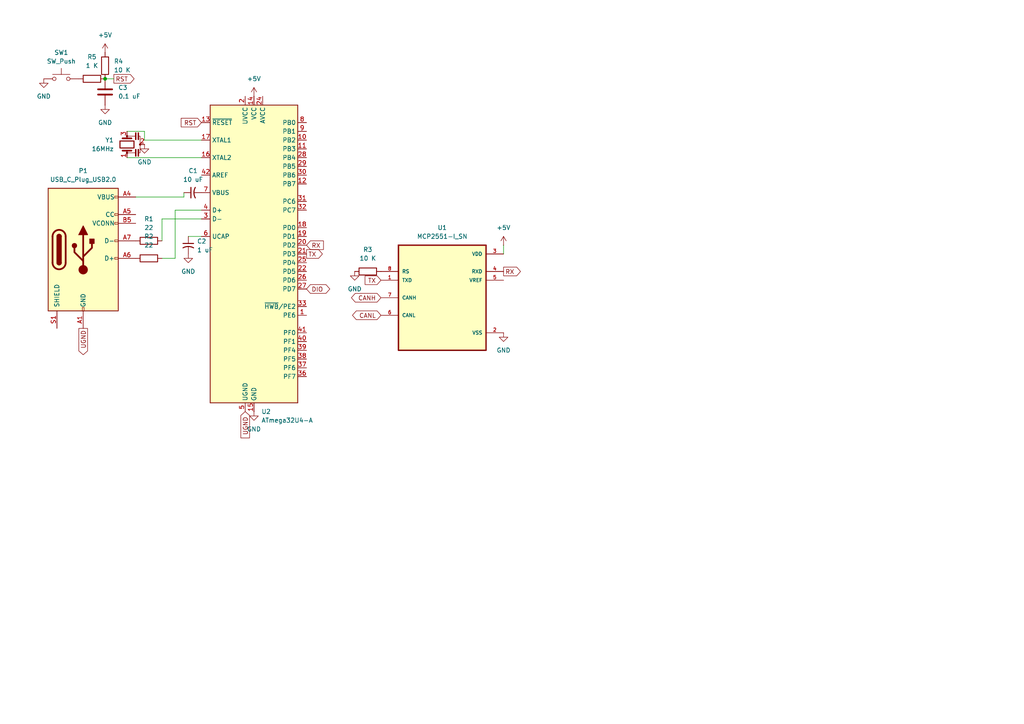
<source format=kicad_sch>
(kicad_sch (version 20250114) (generator "eeschema") (generator_version "9.0")
  (paper "A4")
  (lib_symbols
    (symbol "Connector:USB_C_Plug_USB2.0" (pin_names (offset 1.016))
      (property "Reference" "P" (at -10.16 19.05 0))
      (property "Value" "USB_C_Plug_USB2.0" (at 12.7 19.05 0))
      (symbol "USB_C_Plug_USB2.0_0_0"
        (rectangle (start -0.254 -17.78) (end 0.254 -16.764))
        (rectangle (start 10.16 15.494) (end 9.144 14.986))
        (rectangle (start 10.16 10.414) (end 9.144 9.906))
        (rectangle (start 10.16 7.874) (end 9.144 7.366))
        (rectangle (start 10.16 2.794) (end 9.144 2.286))
        (rectangle (start 10.16 -2.286) (end 9.144 -2.794))
      )
      (symbol "USB_C_Plug_USB2.0_0_1"
        (rectangle (start -10.16 17.78) (end 10.16 -17.78) (stroke (width 0.254)) (fill (type background)))
        (polyline (pts (xy -8.89 -3.81) (xy -8.89 3.81)) (stroke (width 0.508)))
        (rectangle (start -7.62 -3.81) (end -6.35 3.81) (stroke (width 0.254)) (fill (type outline)))
        (arc (start -7.62 3.81) (mid -6.985 4.4423) (end -6.35 3.81) (stroke (width 0.254)))
        (arc (start -7.62 3.81) (mid -6.985 4.4423) (end -6.35 3.81) (stroke (width 0.254)) (fill (type outline)))
        (arc (start -8.89 3.81) (mid -6.985 5.7067) (end -5.08 3.81) (stroke (width 0.508)))
        (arc (start -5.08 -3.81) (mid -6.985 -5.7067) (end -8.89 -3.81) (stroke (width 0.508)))
        (arc (start -6.35 -3.81) (mid -6.985 -4.4423) (end -7.62 -3.81) (stroke (width 0.254)))
        (arc (start -6.35 -3.81) (mid -6.985 -4.4423) (end -7.62 -3.81) (stroke (width 0.254)) (fill (type outline)))
        (polyline (pts (xy -5.08 3.81) (xy -5.08 -3.81)) (stroke (width 0.508)))
        (circle (center -2.54 1.143) (radius 0.635) (stroke (width 0.254)) (fill (type outline)))
        (polyline (pts (xy -1.27 4.318) (xy 0 6.858) (xy 1.27 4.318) (xy -1.27 4.318)) (stroke (width 0.254)) (fill (type outline)))
        (polyline (pts (xy 0 -2.032) (xy 2.54 0.508) (xy 2.54 1.778)) (stroke (width 0.508)))
        (polyline (pts (xy 0 -3.302) (xy -2.54 -0.762) (xy -2.54 0.508)) (stroke (width 0.508)))
        (polyline (pts (xy 0 -5.842) (xy 0 4.318)) (stroke (width 0.508)))
        (circle (center 0 -5.842) (radius 1.27) (fill (type outline)))
        (rectangle (start 1.905 1.778) (end 3.175 3.048) (stroke (width 0.254)) (fill (type outline)))
      )
      (symbol "USB_C_Plug_USB2.0_1_1"
        (pin passive line (at -7.62 -22.86 90) (length 5.08) (name "SHIELD") (number "S1"))
        (pin passive line (at 0 -22.86 90) (length 5.08) (name "GND") (number "A1"))
        (pin passive line (at 0 -22.86 90) (length 5.08) (hide yes) (name "GND") (number "A12"))
        (pin passive line (at 0 -22.86 90) (length 5.08) (hide yes) (name "GND") (number "B1"))
        (pin passive line (at 0 -22.86 90) (length 5.08) (hide yes) (name "GND") (number "B12"))
        (pin passive line (at 15.24 15.24 180) (length 5.08) (name "VBUS") (number "A4"))
        (pin passive line (at 15.24 15.24 180) (length 5.08) (hide yes) (name "VBUS") (number "A9"))
        (pin passive line (at 15.24 15.24 180) (length 5.08) (hide yes) (name "VBUS") (number "B4"))
        (pin passive line (at 15.24 15.24 180) (length 5.08) (hide yes) (name "VBUS") (number "B9"))
        (pin bidirectional line (at 15.24 10.16 180) (length 5.08) (name "CC") (number "A5"))
        (pin bidirectional line (at 15.24 7.62 180) (length 5.08) (name "VCONN") (number "B5"))
        (pin bidirectional line (at 15.24 2.54 180) (length 5.08) (name "D-") (number "A7"))
        (pin bidirectional line (at 15.24 -2.54 180) (length 5.08) (name "D+") (number "A6"))
      )
    )
    (symbol "Device:C" (pin_numbers (hide yes)) (pin_names (offset 0.254))
      (property "Reference" "C" (at 0.635 2.54 0))
      (property "Value" "C" (at 0.635 -2.54 0))
      (symbol "C_0_1"
        (polyline (pts (xy -2.032 0.762) (xy 2.032 0.762)) (stroke (width 0.508)))
        (polyline (pts (xy -2.032 -0.762) (xy 2.032 -0.762)) (stroke (width 0.508)))
      )
      (symbol "C_1_1"
        (pin passive line (at 0 3.81 270) (length 2.794) (name "~") (number "1"))
        (pin passive line (at 0 -3.81 90) (length 2.794) (name "~") (number "2"))
      )
    )
    (symbol "Device:C_Small_US" (pin_numbers (hide yes)) (pin_names (offset 0.254) (hide yes))
      (property "Reference" "C" (at 0.254 1.778 0))
      (property "Value" "C_Small_US" (at 0.254 -2.032 0))
      (symbol "C_Small_US_0_1"
        (polyline (pts (xy -1.524 0.508) (xy 1.524 0.508)) (stroke (width 0.3048)))
        (arc (start -1.524 -0.762) (mid 0 -0.3734) (end 1.524 -0.762) (stroke (width 0.3048)))
      )
      (symbol "C_Small_US_1_1"
        (pin passive line (at 0 2.54 270) (length 2.032) (name "~") (number "1"))
        (pin passive line (at 0 -2.54 90) (length 2.032) (name "~") (number "2"))
      )
    )
    (symbol "Device:R" (pin_numbers (hide yes)) (pin_names (offset 0))
      (property "Reference" "R" (at 2.032 0 90))
      (property "Value" "R" (at 0 0 90))
      (symbol "R_0_1"
        (rectangle (start -1.016 -2.54) (end 1.016 2.54) (stroke (width 0.254)))
      )
      (symbol "R_1_1"
        (pin passive line (at 0 3.81 270) (length 1.27) (name "~") (number "1"))
        (pin passive line (at 0 -3.81 90) (length 1.27) (name "~") (number "2"))
      )
    )
    (symbol "Device:Resonator" (pin_names (offset 1.016) (hide yes))
      (property "Reference" "Y" (at 0 5.715 0))
      (property "Value" "Resonator" (at 0 3.81 0))
      (symbol "Resonator_0_1"
        (rectangle (start -3.429 -2.413) (end -1.397 -2.667) (fill (type outline)))
        (rectangle (start -3.429 -3.175) (end -1.397 -3.429) (fill (type outline)))
        (circle (center -2.413 0) (radius 0.254) (fill (type outline)))
        (polyline (pts (xy -2.413 -2.413) (xy -2.413 0)))
        (polyline (pts (xy -1.905 0) (xy -3.175 0)))
        (polyline (pts (xy -1.778 -1.27) (xy -1.778 1.27)) (stroke (width 0.508)))
        (rectangle (start -1.016 2.032) (end 1.016 -2.032) (stroke (width 0.3048)))
        (circle (center 0 -3.81) (radius 0.254) (fill (type outline)))
        (rectangle (start 1.397 -2.413) (end 3.429 -2.667) (fill (type outline)))
        (rectangle (start 1.397 -3.175) (end 3.429 -3.429) (fill (type outline)))
        (polyline (pts (xy 1.778 -1.27) (xy 1.778 1.27)) (stroke (width 0.508)))
        (polyline (pts (xy 1.905 0) (xy 2.54 0)))
        (polyline (pts (xy 2.413 0) (xy 2.413 -2.54)))
        (circle (center 2.413 0) (radius 0.254) (fill (type outline)))
        (polyline (pts (xy 2.413 -3.302) (xy 2.413 -3.81) (xy -2.413 -3.81) (xy -2.413 -3.302)))
      )
      (symbol "Resonator_1_1"
        (pin passive line (at -3.81 0 0) (length 1.27) (name "1") (number "1"))
        (pin passive line (at 0 -5.08 90) (length 1.27) (name "2") (number "2"))
        (pin passive line (at 3.81 0 180) (length 1.27) (name "3") (number "3"))
      )
    )
    (symbol "MCP2551-I_SN:MCP2551-I_SN" (pin_names (offset 1.016))
      (property "Reference" "U" (at -12.7 16.24 0))
      (property "Value" "MCP2551-I_SN" (at -12.7 -19.24 0))
      (symbol "MCP2551-I_SN_0_0"
        (rectangle (start -12.7 -15.24) (end 12.7 15.24) (stroke (width 0.41)) (fill (type background)))
        (pin input line (at -17.78 7.62 0) (length 5.08) (name "RS") (number "8"))
        (pin input line (at -17.78 5.08 0) (length 5.08) (name "TXD") (number "1"))
        (pin bidirectional line (at -17.78 0 0) (length 5.08) (name "CANH") (number "7"))
        (pin bidirectional line (at -17.78 -5.08 0) (length 5.08) (name "CANL") (number "6"))
        (pin power_in line (at 17.78 12.7 180) (length 5.08) (name "VDD") (number "3"))
        (pin output line (at 17.78 7.62 180) (length 5.08) (name "RXD") (number "4"))
        (pin output line (at 17.78 5.08 180) (length 5.08) (name "VREF") (number "5"))
        (pin power_in line (at 17.78 -10.16 180) (length 5.08) (name "VSS") (number "2"))
      )
    )
    (symbol "MCU_Microchip_ATmega:ATmega32U4-A"
      (property "Reference" "U" (at -12.7 44.45 0))
      (property "Value" "ATmega32U4-A" (at 2.54 -44.45 0))
      (symbol "ATmega32U4-A_0_1"
        (rectangle (start -12.7 -43.18) (end 12.7 43.18) (stroke (width 0.254)) (fill (type background)))
      )
      (symbol "ATmega32U4-A_1_1"
        (pin input line (at -15.24 38.1 0) (length 2.54) (name "~{RESET}") (number "13"))
        (pin input line (at -15.24 33.02 0) (length 2.54) (name "XTAL1") (number "17"))
        (pin output line (at -15.24 27.94 0) (length 2.54) (name "XTAL2") (number "16"))
        (pin passive line (at -15.24 22.86 0) (length 2.54) (name "AREF") (number "42"))
        (pin input line (at -15.24 17.78 0) (length 2.54) (name "VBUS") (number "7"))
        (pin bidirectional line (at -15.24 12.7 0) (length 2.54) (name "D+") (number "4"))
        (pin bidirectional line (at -15.24 10.16 0) (length 2.54) (name "D-") (number "3"))
        (pin passive line (at -15.24 5.08 0) (length 2.54) (name "UCAP") (number "6"))
        (pin power_in line (at -2.54 45.72 270) (length 2.54) (name "UVCC") (number "2"))
        (pin passive line (at -2.54 -45.72 90) (length 2.54) (name "UGND") (number "5"))
        (pin power_in line (at 0 45.72 270) (length 2.54) (name "VCC") (number "14"))
        (pin passive line (at 0 45.72 270) (length 2.54) (hide yes) (name "VCC") (number "34"))
        (pin power_in line (at 0 -45.72 90) (length 2.54) (name "GND") (number "15"))
        (pin passive line (at 0 -45.72 90) (length 2.54) (hide yes) (name "GND") (number "23"))
        (pin passive line (at 0 -45.72 90) (length 2.54) (hide yes) (name "GND") (number "35"))
        (pin passive line (at 0 -45.72 90) (length 2.54) (hide yes) (name "GND") (number "43"))
        (pin power_in line (at 2.54 45.72 270) (length 2.54) (name "AVCC") (number "24"))
        (pin passive line (at 2.54 45.72 270) (length 2.54) (hide yes) (name "AVCC") (number "44"))
        (pin bidirectional line (at 15.24 38.1 180) (length 2.54) (name "PB0") (number "8"))
        (pin bidirectional line (at 15.24 35.56 180) (length 2.54) (name "PB1") (number "9"))
        (pin bidirectional line (at 15.24 33.02 180) (length 2.54) (name "PB2") (number "10"))
        (pin bidirectional line (at 15.24 30.48 180) (length 2.54) (name "PB3") (number "11"))
        (pin bidirectional line (at 15.24 27.94 180) (length 2.54) (name "PB4") (number "28"))
        (pin bidirectional line (at 15.24 25.4 180) (length 2.54) (name "PB5") (number "29"))
        (pin bidirectional line (at 15.24 22.86 180) (length 2.54) (name "PB6") (number "30"))
        (pin bidirectional line (at 15.24 20.32 180) (length 2.54) (name "PB7") (number "12"))
        (pin bidirectional line (at 15.24 15.24 180) (length 2.54) (name "PC6") (number "31"))
        (pin bidirectional line (at 15.24 12.7 180) (length 2.54) (name "PC7") (number "32"))
        (pin bidirectional line (at 15.24 7.62 180) (length 2.54) (name "PD0") (number "18"))
        (pin bidirectional line (at 15.24 5.08 180) (length 2.54) (name "PD1") (number "19"))
        (pin bidirectional line (at 15.24 2.54 180) (length 2.54) (name "PD2") (number "20"))
        (pin bidirectional line (at 15.24 0 180) (length 2.54) (name "PD3") (number "21"))
        (pin bidirectional line (at 15.24 -2.54 180) (length 2.54) (name "PD4") (number "25"))
        (pin bidirectional line (at 15.24 -5.08 180) (length 2.54) (name "PD5") (number "22"))
        (pin bidirectional line (at 15.24 -7.62 180) (length 2.54) (name "PD6") (number "26"))
        (pin bidirectional line (at 15.24 -10.16 180) (length 2.54) (name "PD7") (number "27"))
        (pin bidirectional line (at 15.24 -15.24 180) (length 2.54) (name "~{HWB}/PE2") (number "33"))
        (pin bidirectional line (at 15.24 -17.78 180) (length 2.54) (name "PE6") (number "1"))
        (pin bidirectional line (at 15.24 -22.86 180) (length 2.54) (name "PF0") (number "41"))
        (pin bidirectional line (at 15.24 -25.4 180) (length 2.54) (name "PF1") (number "40"))
        (pin bidirectional line (at 15.24 -27.94 180) (length 2.54) (name "PF4") (number "39"))
        (pin bidirectional line (at 15.24 -30.48 180) (length 2.54) (name "PF5") (number "38"))
        (pin bidirectional line (at 15.24 -33.02 180) (length 2.54) (name "PF6") (number "37"))
        (pin bidirectional line (at 15.24 -35.56 180) (length 2.54) (name "PF7") (number "36"))
      )
    )
    (symbol "Switch:SW_Push" (pin_numbers (hide yes)) (pin_names (offset 1.016) (hide yes))
      (property "Reference" "SW" (at 1.27 2.54 0))
      (property "Value" "SW_Push" (at 0 -1.524 0))
      (symbol "SW_Push_0_1"
        (circle (center -2.032 0) (radius 0.508))
        (polyline (pts (xy 0 1.27) (xy 0 3.048)))
        (circle (center 2.032 0) (radius 0.508))
        (polyline (pts (xy 2.54 1.27) (xy -2.54 1.27)))
        (pin passive line (at -5.08 0 0) (length 2.54) (name "1") (number "1"))
        (pin passive line (at 5.08 0 180) (length 2.54) (name "2") (number "2"))
      )
    )
    (symbol "power:+5V" (power) (pin_numbers (hide yes)) (pin_names (offset 0) (hide yes))
      (property "Value" "+5V" (at 0 3.556 0))
      (symbol "+5V_0_1"
        (polyline (pts (xy -0.762 1.27) (xy 0 2.54)))
        (polyline (pts (xy 0 2.54) (xy 0.762 1.27)))
        (polyline (pts (xy 0 0) (xy 0 2.54)))
      )
      (symbol "+5V_1_1"
        (pin power_in line (at 0 0 90) (length 0) (name "~") (number "1"))
      )
    )
    (symbol "power:GND" (power) (pin_numbers (hide yes)) (pin_names (offset 0) (hide yes))
      (property "Value" "GND" (at 0 -3.81 0))
      (symbol "GND_0_1"
        (polyline (pts (xy 0 0) (xy 0 -1.27) (xy 1.27 -1.27) (xy 0 -2.54) (xy -1.27 -1.27) (xy 0 -1.27)))
      )
      (symbol "GND_1_1"
        (pin power_in line (at 0 0 270) (length 0) (name "~") (number "1"))
      )
    )
  )
  (junction (at 30.48 22.86))
  (wire (pts (xy 46.99 74.93) (xy 50.8 74.93)))
  (wire (pts (xy 146.05 71.12) (xy 146.05 73.66)))
  (wire (pts (xy 36.83 38.1) (xy 41.91 38.1)))
  (wire (pts (xy 53.34 57.15) (xy 53.34 55.88)))
  (wire (pts (xy 50.8 60.96) (xy 58.42 60.96)))
  (wire (pts (xy 54.61 68.58) (xy 58.42 68.58)))
  (wire (pts (xy 50.8 74.93) (xy 50.8 60.96)))
  (wire (pts (xy 41.91 40.64) (xy 58.42 40.64)))
  (wire (pts (xy 39.37 57.15) (xy 53.34 57.15)))
  (wire (pts (xy 36.83 45.72) (xy 58.42 45.72)))
  (wire (pts (xy 41.91 38.1) (xy 41.91 40.64)))
  (wire (pts (xy 46.99 63.5) (xy 58.42 63.5)))
  (wire (pts (xy 33.02 22.86) (xy 30.48 22.86)))
  (wire (pts (xy 46.99 69.85) (xy 46.99 63.5)))
  (global_label "TX" (shape input) (at 110.49 81.28 180) (property "Intersheetrefs" "${INTERSHEET_REFS}" (effects (hide yes))))
  (global_label "UGND" (shape input) (at 71.12 119.38 270) (property "Intersheetrefs" "${INTERSHEET_REFS}" (effects (hide yes))))
  (global_label "CANH" (shape bidirectional) (at 110.49 86.36 180) (property "Intersheetrefs" "${INTERSHEET_REFS}" (effects (hide yes))))
  (global_label "RST" (shape output) (at 33.02 22.86 0) (property "Intersheetrefs" "${INTERSHEET_REFS}" (effects (hide yes))))
  (global_label "TX" (shape output) (at 88.9 73.66 0) (property "Intersheetrefs" "${INTERSHEET_REFS}" (effects (hide yes))))
  (global_label "CANL" (shape bidirectional) (at 110.49 91.44 180) (property "Intersheetrefs" "${INTERSHEET_REFS}" (effects (hide yes))))
  (global_label "UGND" (shape output) (at 24.13 95.25 270) (property "Intersheetrefs" "${INTERSHEET_REFS}" (effects (hide yes))))
  (global_label "RX" (shape output) (at 146.05 78.74 0) (property "Intersheetrefs" "${INTERSHEET_REFS}" (effects (hide yes))))
  (global_label "RX" (shape input) (at 88.9 71.12 0) (property "Intersheetrefs" "${INTERSHEET_REFS}" (effects (hide yes))))
  (global_label "DIO" (shape bidirectional) (at 88.9 83.82 0) (property "Intersheetrefs" "${INTERSHEET_REFS}" (effects (hide yes))))
  (global_label "RST" (shape input) (at 58.42 35.56 180) (property "Intersheetrefs" "${INTERSHEET_REFS}" (effects (hide yes))))
  (symbol (lib_id "Device:R") (at 26.67 22.86 90) (unit 1)
    (property "Reference" "R5" (at 26.67 16.51 90))
    (property "Value" "1 K" (at 26.67 19.05 90))
    (property "Description" "Resistor" (effects (hide yes)))
  )
  (symbol (lib_id "power:GND") (at 146.05 96.52 0) (unit 1)
    (property "Reference" "#PWR02" (effects (hide yes)))
    (property "Value" "GND" (at 146.05 101.6 0))
    (property "Description" "Power symbol creates a global label with name \"GND\" , ground" (effects (hide yes)))
  )
  (symbol (lib_id "power:+5V") (at 146.05 71.12 0) (unit 1)
    (property "Reference" "#PWR01" (effects (hide yes)))
    (property "Value" "+5V" (at 146.05 66.04 0))
    (property "Description" "Power symbol creates a global label with name \"+5V\"" (effects (hide yes)))
  )
  (symbol (lib_id "power:GND") (at 30.48 30.48 0) (unit 1)
    (property "Reference" "#PWR09" (effects (hide yes)))
    (property "Value" "GND" (at 30.48 35.56 0))
    (property "Description" "Power symbol creates a global label with name \"GND\" , ground" (effects (hide yes)))
  )
  (symbol (lib_id "Device:R") (at 43.18 69.85 90) (unit 1)
    (property "Reference" "R1" (at 43.18 63.5 90))
    (property "Value" "22" (at 43.18 66.04 90))
    (property "Description" "Resistor" (effects (hide yes)))
  )
  (symbol (lib_id "power:+5V") (at 73.66 27.94 0) (unit 1)
    (property "Reference" "#PWR04" (effects (hide yes)))
    (property "Value" "+5V" (at 73.66 22.86 0))
    (property "Description" "Power symbol creates a global label with name \"+5V\"" (effects (hide yes)))
  )
  (symbol (lib_id "power:+5V") (at 30.48 15.24 0) (unit 1)
    (property "Reference" "#PWR010" (effects (hide yes)))
    (property "Value" "+5V" (at 30.48 10.16 0))
    (property "Description" "Power symbol creates a global label with name \"+5V\"" (effects (hide yes)))
  )
  (symbol (lib_id "Device:R") (at 106.68 78.74 90) (unit 1)
    (property "Reference" "R3" (at 106.68 72.39 90))
    (property "Value" "10 K" (at 106.68 74.93 90))
    (property "Description" "Resistor" (effects (hide yes)))
  )
  (symbol (lib_id "power:GND") (at 12.7 22.86 0) (unit 1)
    (property "Reference" "#PWR08" (effects (hide yes)))
    (property "Value" "GND" (at 12.7 27.94 0))
    (property "Description" "Power symbol creates a global label with name \"GND\" , ground" (effects (hide yes)))
  )
  (symbol (lib_id "Device:R") (at 30.48 19.05 0) (unit 1)
    (property "Reference" "R4" (at 33.02 17.7799 0) (effects (justify left)))
    (property "Value" "10 K" (at 33.02 20.3199 0) (effects (justify left)))
    (property "Description" "Resistor" (effects (hide yes)))
  )
  (symbol (lib_id "Device:Resonator") (at 36.83 41.91 90) (unit 1)
    (property "Reference" "Y1" (at 33.02 40.6399 90) (effects (justify left)))
    (property "Value" "16MHz" (at 33.02 43.1799 90) (effects (justify left)))
    (property "Description" "Three pin ceramic resonator" (effects (hide yes)))
  )
  (symbol (lib_id "Switch:SW_Push") (at 17.78 22.86 0) (unit 1)
    (property "Reference" "SW1" (at 17.78 15.24 0))
    (property "Value" "SW_Push" (at 17.78 17.78 0))
    (property "Description" "Push button switch, generic, two pins" (effects (hide yes)))
  )
  (symbol (lib_id "power:GND") (at 54.61 73.66 0) (unit 1)
    (property "Reference" "#PWR06" (effects (hide yes)))
    (property "Value" "GND" (at 54.61 78.74 0))
    (property "Description" "Power symbol creates a global label with name \"GND\" , ground" (effects (hide yes)))
  )
  (symbol (lib_id "power:GND") (at 41.91 41.91 0) (unit 1)
    (property "Reference" "#PWR05" (effects (hide yes)))
    (property "Value" "GND" (at 41.91 46.99 0))
    (property "Description" "Power symbol creates a global label with name \"GND\" , ground" (effects (hide yes)))
  )
  (symbol (lib_id "Device:C") (at 30.48 26.67 0) (unit 1)
    (property "Reference" "C3" (at 34.29 25.3999 0) (effects (justify left)))
    (property "Value" "0.1 uF" (at 34.29 27.9399 0) (effects (justify left)))
    (property "Description" "Unpolarized capacitor" (effects (hide yes)))
  )
  (symbol (lib_id "Device:R") (at 43.18 74.93 90) (unit 1)
    (property "Reference" "R2" (at 43.18 68.58 90))
    (property "Value" "22" (at 43.18 71.12 90))
    (property "Description" "Resistor" (effects (hide yes)))
  )
  (symbol (lib_id "Connector:USB_C_Plug_USB2.0") (at 24.13 72.39 0) (unit 1)
    (property "Reference" "P1" (at 24.13 49.53 0))
    (property "Value" "USB_C_Plug_USB2.0" (at 24.13 52.07 0))
    (property "Datasheet" "https://www.usb.org/sites/default/files/documents/usb_type-c.zip" (effects (hide yes)))
    (property "Description" "USB 2.0-only Type-C Plug connector" (effects (hide yes)))
  )
  (symbol (lib_id "MCU_Microchip_ATmega:ATmega32U4-A") (at 73.66 73.66 0) (unit 1)
    (property "Reference" "U2" (at 75.8033 119.38 0) (effects (justify left)))
    (property "Value" "ATmega32U4-A" (at 75.8033 121.92 0) (effects (justify left)))
    (property "Footprint" "Package_QFP:TQFP-44_10x10mm_P0.8mm" (effects (hide yes)))
    (property "Datasheet" "http://ww1.microchip.com/downloads/en/DeviceDoc/Atmel-7766-8-bit-AVR-ATmega16U4-32U4_Datasheet.pdf" (effects (hide yes)))
    (property "Description" "16MHz, 32kB Flash, 2.5kB SRAM, 1kB EEPROM, USB 2.0, TQFP-44" (effects (hide yes)))
  )
  (symbol (lib_id "power:GND") (at 102.87 78.74 0) (unit 1)
    (property "Reference" "#PWR07" (effects (hide yes)))
    (property "Value" "GND" (at 102.87 83.82 0))
    (property "Description" "Power symbol creates a global label with name \"GND\" , ground" (effects (hide yes)))
  )
  (symbol (lib_id "power:GND") (at 73.66 119.38 0) (unit 1)
    (property "Reference" "#PWR03" (effects (hide yes)))
    (property "Value" "GND" (at 73.66 124.46 0))
    (property "Description" "Power symbol creates a global label with name \"GND\" , ground" (effects (hide yes)))
  )
  (symbol (lib_id "Device:C_Small_US") (at 55.88 55.88 90) (unit 1)
    (property "Reference" "C1" (at 56.007 49.53 90))
    (property "Value" "10 uF" (at 56.007 52.07 90))
    (property "Description" "capacitor, small US symbol" (effects (hide yes)))
  )
  (symbol (lib_id "Device:C_Small_US") (at 54.61 71.12 0) (unit 1)
    (property "Reference" "C2" (at 57.15 69.9769 0) (effects (justify left)))
    (property "Value" "1 uF" (at 57.15 72.5169 0) (effects (justify left)))
    (property "Description" "capacitor, small US symbol" (effects (hide yes)))
  )
  (symbol (lib_id "MCP2551-I_SN:MCP2551-I_SN") (at 128.27 86.36 0) (unit 1)
    (property "Reference" "U1" (at 128.27 66.04 0))
    (property "Value" "MCP2551-I_SN" (at 128.27 68.58 0))
    (property "Footprint" "MCP2551-I_SN:SOIC127P599X175-8N" (effects (hide yes)))
    (property "MF" "Microchip" (effects (hide yes)))
    (property "Description_1" "Microchip CAN Transceiver1Mbit/s 1-channel ISO 11898 8-Pin SOIC | Microchip Technology Inc. MCP2551-I/SN" (effects (hide yes)))
    (property "Package" "SO-8 Microchip" (effects (hide yes)))
    (property "Price" "None" (effects (hide yes)))
    (property "SnapEDA_Link" "https://www.snapeda.com/parts/MCP2551-I/SN/Microchip/view-part/?ref=snap" (effects (hide yes)))
    (property "MP" "MCP2551-I/SN" (effects (hide yes)))
    (property "Availability" "In Stock" (effects (hide yes)))
    (property "Check_prices" "https://www.snapeda.com/parts/MCP2551-I/SN/Microchip/view-part/?ref=eda" (effects (hide yes)))
  )
)
</source>
